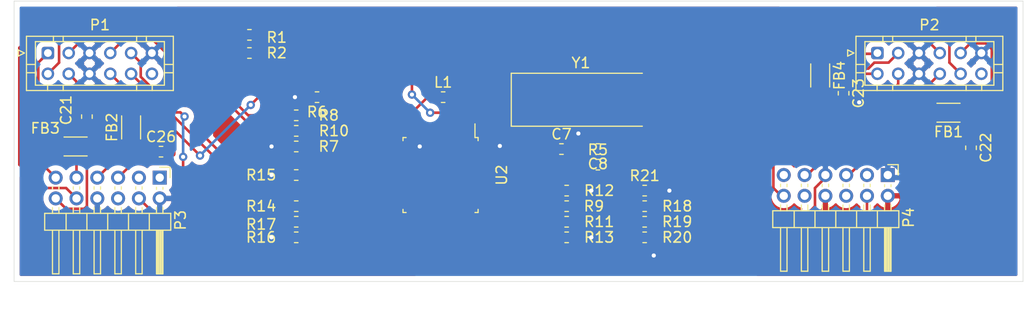
<source format=kicad_pcb>
(kicad_pcb (version 20171130) (host pcbnew "(5.1.2-1)-1")
  (layers (0 F.Cu signal) (31 B.Cu signal) (34 B.Paste user) (35 F.Paste user) (36 B.SilkS user) (37 F.SilkS user) (38 B.Mask user) (39 F.Mask user) (44 Edge.Cuts user))
  (net 0 "")
  (net 1 GND)
  (net 2 /XTAL1)
  (net 3 /XTAL2)
  (net 4 /NC?)
  (net 5 /Yellow2)
  (net 6 "Net-(C26-Pad1)")
  (net 7 /RESET)
  (net 8 /Yellow1)
  (net 9 /DP0Host)
  (net 10 /DM0Host)
  (net 11 "Net-(C21-Pad1)")
  (net 12 /Yellow4)
  (net 13 "Net-(C22-Pad1)")
  (net 14 +3V3)
  (net 15 /Yellow3)
  (net 16 "Net-(C23-Pad1)")
  (net 17 "Net-(R1-Pad1)")
  (net 18 "Net-(R2-Pad1)")
  (net 19 /PIN20)
  (net 20 /PIN19)
  (net 21 /PIN16)
  (net 22 /PIN15)
  (net 23 /PIN12)
  (net 24 /PIN11)
  (net 25 "Net-(L1-Pad2)")
  (net 26 "Net-(C8-Pad1)")
  (net 27 /DP2)
  (net 28 /5V2)
  (net 29 /DM1)
  (net 30 /DM2)
  (net 31 /DP1)
  (net 32 /5V1)
  (net 33 /DP4)
  (net 34 /5V4)
  (net 35 /DM3)
  (net 36 /DM4)
  (net 37 /DP3)
  (net 38 /5V3)
  (net 39 /PIN24)
  (net 40 /PIN23)
  (net 41 "Net-(P3-Pad6)")
  (net 42 "Net-(P3-Pad3)")
  (net 43 "Net-(P3-Pad1)")
  (net 44 "Net-(U2-Pad32)")
  (net 45 "Net-(U2-Pad27)")
  (net 46 "Net-(U2-Pad26)")
  (net 47 "Net-(U2-Pad21)")
  (net 48 "Net-(U2-Pad17)")
  (net 49 "Net-(U2-Pad13)")
  (net 50 "Net-(U2-Pad9)")
  (net 51 "Net-(U2-Pad6)")
  (net 52 "Net-(U2-Pad5)")
  (net 53 "Net-(P4-Pad10)")
  (net 54 "Net-(P4-Pad6)")
  (net 55 "Net-(P4-Pad3)")
  (net 56 "Net-(P4-Pad1)")
  (module Connector_PinHeader_2.00mm:PinHeader_2x06_P2.00mm_Horizontal (layer F.Cu) (at 134 96.75 270)
    (fp_text reference P4 (at 4.1 -2 90) (layer F.SilkS))
    (fp_text value Conn_02x06_Odd_Even)
    (pad 12 thru_hole oval (at 2 10 270) (size 1.35 1.35) (drill 0.8) (layers *.Cu *.Mask) (net 16 "Net-(C23-Pad1)"))
    (pad 11 thru_hole oval (at 0 10 270) (size 1.35 1.35) (drill 0.8) (layers *.Cu *.Mask) (net 4 /NC?))
    (pad 10 thru_hole oval (at 2 8 270) (size 1.35 1.35) (drill 0.8) (layers *.Cu *.Mask) (net 53 "Net-(P4-Pad10)"))
    (pad 9 thru_hole oval (at 0 8 270) (size 1.35 1.35) (drill 0.8) (layers *.Cu *.Mask) (net 15 /Yellow3))
    (pad 8 thru_hole oval (at 2 6 270) (size 1.35 1.35) (drill 0.8) (layers *.Cu *.Mask) (net 1 GND))
    (pad 7 thru_hole oval (at 0 6 270) (size 1.35 1.35) (drill 0.8) (layers *.Cu *.Mask) (net 14 +3V3))
    (pad 6 thru_hole oval (at 2 4 270) (size 1.35 1.35) (drill 0.8) (layers *.Cu *.Mask) (net 54 "Net-(P4-Pad6)"))
    (pad 5 thru_hole oval (at 0 4 270) (size 1.35 1.35) (drill 0.8) (layers *.Cu *.Mask) (net 13 "Net-(C22-Pad1)"))
    (pad 4 thru_hole oval (at 2 2 270) (size 1.35 1.35) (drill 0.8) (layers *.Cu *.Mask) (net 12 /Yellow4))
    (pad 3 thru_hole oval (at 0 2 270) (size 1.35 1.35) (drill 0.8) (layers *.Cu *.Mask) (net 55 "Net-(P4-Pad3)"))
    (pad 2 thru_hole oval (at 2 0 270) (size 1.35 1.35) (drill 0.8) (layers *.Cu *.Mask) (net 1 GND))
    (pad 1 thru_hole rect (at 0 0 270) (size 1.35 1.35) (drill 0.8) (layers *.Cu *.Mask) (net 56 "Net-(P4-Pad1)"))
  )
  (module Inductor_SMD:L_1806_4516Metric_Pad1.57x1.80mm_HandSolder (layer F.Cu) (at 127.5 87.1625 270)
    (fp_text reference FB4 (at 0 -1.85 90) (layer F.SilkS))
    (fp_text value Ferrite_Bead_Small)
    (pad 2 smd roundrect (at 2.0875 0 270) (size 1.575 1.8) (layers F.Cu F.Paste F.Mask) (roundrect_rratio 0.15873) (net 16 "Net-(C23-Pad1)"))
    (pad 1 smd roundrect (at -2.0875 0 270) (size 1.575 1.8) (layers F.Cu F.Paste F.Mask) (roundrect_rratio 0.15873) (net 38 /5V3))
  )
  (module Inductor_SMD:L_1806_4516Metric_Pad1.57x1.80mm_HandSolder (layer F.Cu) (at 55.9125 94)
    (fp_text reference FB3 (at -2.9125 -1.75) (layer F.SilkS))
    (fp_text value Ferrite_Bead_Small)
    (pad 2 smd roundrect (at 2.0875 0) (size 1.575 1.8) (layers F.Cu F.Paste F.Mask) (roundrect_rratio 0.15873) (net 11 "Net-(C21-Pad1)"))
    (pad 1 smd roundrect (at -2.0875 0) (size 1.575 1.8) (layers F.Cu F.Paste F.Mask) (roundrect_rratio 0.15873) (net 32 /5V1))
  )
  (module Inductor_SMD:L_1806_4516Metric_Pad1.57x1.80mm_HandSolder (layer F.Cu) (at 61.25 92.1625 90)
    (fp_text reference FB2 (at 0 -1.85 90) (layer F.SilkS))
    (fp_text value Ferrite_Bead_Small)
    (pad 2 smd roundrect (at 2.0875 0 90) (size 1.575 1.8) (layers F.Cu F.Paste F.Mask) (roundrect_rratio 0.15873) (net 28 /5V2))
    (pad 1 smd roundrect (at -2.0875 0 90) (size 1.575 1.8) (layers F.Cu F.Paste F.Mask) (roundrect_rratio 0.15873) (net 6 "Net-(C26-Pad1)"))
  )
  (module Package_QFP:LQFP-32_7x7mm_P0.8mm (layer F.Cu) (at 91 96.75 270)
    (fp_text reference U2 (at 0 -5.88 90) (layer F.SilkS))
    (fp_text value TUSB2046)
    (pad 32 smd roundrect (at -2.8 -4.175 270) (size 0.5 1.5) (layers F.Cu F.Paste F.Mask) (net 44 "Net-(U2-Pad32)"))
    (pad 31 smd roundrect (at -2 -4.175 270) (size 0.5 1.5) (layers F.Cu F.Paste F.Mask) (net 1 GND))
    (pad 30 smd roundrect (at -1.2 -4.175 270) (size 0.5 1.5) (layers F.Cu F.Paste F.Mask) (net 2 /XTAL1))
    (pad 29 smd roundrect (at -0.4 -4.175 270) (size 0.5 1.5) (layers F.Cu F.Paste F.Mask) (net 3 /XTAL2))
    (pad 28 smd roundrect (at 0.4 -4.175 270) (size 0.5 1.5) (layers F.Cu F.Paste F.Mask) (net 1 GND))
    (pad 27 smd roundrect (at 1.2 -4.175 270) (size 0.5 1.5) (layers F.Cu F.Paste F.Mask) (net 45 "Net-(U2-Pad27)"))
    (pad 26 smd roundrect (at 2 -4.175 270) (size 0.5 1.5) (layers F.Cu F.Paste F.Mask) (net 46 "Net-(U2-Pad26)"))
    (pad 25 smd roundrect (at 2.8 -4.175 270) (size 0.5 1.5) (layers F.Cu F.Paste F.Mask) (net 14 +3V3))
    (pad 24 smd roundrect (at 4.175 -2.8 270) (size 1.5 0.5) (layers F.Cu F.Paste F.Mask) (net 39 /PIN24))
    (pad 23 smd roundrect (at 4.175 -2 270) (size 1.5 0.5) (layers F.Cu F.Paste F.Mask) (net 40 /PIN23))
    (pad 22 smd roundrect (at 4.175 -1.2 270) (size 1.5 0.5) (layers F.Cu F.Paste F.Mask) (net 14 +3V3))
    (pad 21 smd roundrect (at 4.175 -0.4 270) (size 1.5 0.5) (layers F.Cu F.Paste F.Mask) (net 47 "Net-(U2-Pad21)"))
    (pad 20 smd roundrect (at 4.175 0.4 270) (size 1.5 0.5) (layers F.Cu F.Paste F.Mask) (net 19 /PIN20))
    (pad 19 smd roundrect (at 4.175 1.2 270) (size 1.5 0.5) (layers F.Cu F.Paste F.Mask) (net 20 /PIN19))
    (pad 18 smd roundrect (at 4.175 2 270) (size 1.5 0.5) (layers F.Cu F.Paste F.Mask) (net 14 +3V3))
    (pad 17 smd roundrect (at 4.175 2.8 270) (size 1.5 0.5) (layers F.Cu F.Paste F.Mask) (net 48 "Net-(U2-Pad17)"))
    (pad 16 smd roundrect (at 2.8 4.175 270) (size 0.5 1.5) (layers F.Cu F.Paste F.Mask) (net 21 /PIN16))
    (pad 15 smd roundrect (at 2 4.175 270) (size 0.5 1.5) (layers F.Cu F.Paste F.Mask) (net 22 /PIN15))
    (pad 14 smd roundrect (at 1.2 4.175 270) (size 0.5 1.5) (layers F.Cu F.Paste F.Mask) (net 14 +3V3))
    (pad 13 smd roundrect (at 0.4 4.175 270) (size 0.5 1.5) (layers F.Cu F.Paste F.Mask) (net 49 "Net-(U2-Pad13)"))
    (pad 12 smd roundrect (at -0.4 4.175 270) (size 0.5 1.5) (layers F.Cu F.Paste F.Mask) (net 23 /PIN12))
    (pad 11 smd roundrect (at -1.2 4.175 270) (size 0.5 1.5) (layers F.Cu F.Paste F.Mask) (net 24 /PIN11))
    (pad 10 smd roundrect (at -2 4.175 270) (size 0.5 1.5) (layers F.Cu F.Paste F.Mask) (net 14 +3V3))
    (pad 9 smd roundrect (at -2.8 4.175 270) (size 0.5 1.5) (layers F.Cu F.Paste F.Mask) (net 50 "Net-(U2-Pad9)"))
    (pad 8 smd roundrect (at -4.175 2.8 270) (size 1.5 0.5) (layers F.Cu F.Paste F.Mask) (net 1 GND))
    (pad 7 smd roundrect (at -4.175 2 270) (size 1.5 0.5) (layers F.Cu F.Paste F.Mask) (net 1 GND))
    (pad 6 smd roundrect (at -4.175 1.2 270) (size 1.5 0.5) (layers F.Cu F.Paste F.Mask) (net 51 "Net-(U2-Pad6)"))
    (pad 5 smd roundrect (at -4.175 0.4 270) (size 1.5 0.5) (layers F.Cu F.Paste F.Mask) (net 52 "Net-(U2-Pad5)"))
    (pad 4 smd roundrect (at -4.175 -0.4 270) (size 1.5 0.5) (layers F.Cu F.Paste F.Mask) (net 7 /RESET))
    (pad 3 smd roundrect (at -4.175 -1.2 270) (size 1.5 0.5) (layers F.Cu F.Paste F.Mask) (net 25 "Net-(L1-Pad2)"))
    (pad 2 smd roundrect (at -4.175 -2 270) (size 1.5 0.5) (layers F.Cu F.Paste F.Mask) (net 18 "Net-(R2-Pad1)"))
    (pad 1 smd roundrect (at -4.175 -2.8 270) (size 1.5 0.5) (layers F.Cu F.Paste F.Mask) (net 17 "Net-(R1-Pad1)"))
  )
  (module Inductor_SMD:L_1806_4516Metric_Pad1.57x1.80mm_HandSolder (layer F.Cu) (at 139.8375 90.75 180)
    (fp_text reference FB1 (at 0 -1.85) (layer F.SilkS))
    (fp_text value Ferrite_Bead_Small)
    (pad 2 smd roundrect (at 2.0875 0 180) (size 1.575 1.8) (layers F.Cu F.Paste F.Mask) (roundrect_rratio 0.15873) (net 34 /5V4))
    (pad 1 smd roundrect (at -2.0875 0 180) (size 1.575 1.8) (layers F.Cu F.Paste F.Mask) (roundrect_rratio 0.15873) (net 13 "Net-(C22-Pad1)"))
  )
  (module Crystal:Crystal_SMD_HC49-SD (layer F.Cu) (at 104.5 89.5)
    (fp_text reference Y1 (at 0 -3.55) (layer F.SilkS))
    (fp_text value 6.0Mhz)
    (pad 2 smd rect (at 4.25 0) (size 4.5 2) (layers F.Cu F.Paste F.Mask) (net 26 "Net-(C8-Pad1)"))
    (pad 1 smd rect (at -4.25 0) (size 4.5 2) (layers F.Cu F.Paste F.Mask) (net 2 /XTAL1))
  )
  (module Resistor_SMD:R_0603_1608Metric_Pad1.05x0.95mm_HandSolder (layer F.Cu) (at 110.625 98.25)
    (fp_text reference R21 (at 0 -1.43) (layer F.SilkS))
    (fp_text value 15k)
    (pad 2 smd roundrect (at 0.875 0) (size 1.05 0.95) (layers F.Cu F.Paste F.Mask) (net 1 GND))
    (pad 1 smd roundrect (at -0.875 0) (size 1.05 0.95) (layers F.Cu F.Paste F.Mask) (net 19 /PIN20))
  )
  (module Connector_PinHeader_2.00mm:PinHeader_2x06_P2.00mm_Horizontal (layer F.Cu) (at 64 97 270)
    (fp_text reference P3 (at 4.1 -2 90) (layer F.SilkS))
    (fp_text value Conn_02x06_Odd_Even)
    (pad 12 thru_hole oval (at 2 10 270) (size 1.35 1.35) (drill 0.8) (layers *.Cu *.Mask) (net 11 "Net-(C21-Pad1)"))
    (pad 11 thru_hole oval (at 0 10 270) (size 1.35 1.35) (drill 0.8) (layers *.Cu *.Mask) (net 10 /DM0Host))
    (pad 10 thru_hole oval (at 2 8 270) (size 1.35 1.35) (drill 0.8) (layers *.Cu *.Mask) (net 9 /DP0Host))
    (pad 9 thru_hole oval (at 0 8 270) (size 1.35 1.35) (drill 0.8) (layers *.Cu *.Mask) (net 8 /Yellow1))
    (pad 8 thru_hole oval (at 2 6 270) (size 1.35 1.35) (drill 0.8) (layers *.Cu *.Mask) (net 1 GND))
    (pad 7 thru_hole oval (at 0 6 270) (size 1.35 1.35) (drill 0.8) (layers *.Cu *.Mask) (net 7 /RESET))
    (pad 6 thru_hole oval (at 2 4 270) (size 1.35 1.35) (drill 0.8) (layers *.Cu *.Mask) (net 41 "Net-(P3-Pad6)"))
    (pad 5 thru_hole oval (at 0 4 270) (size 1.35 1.35) (drill 0.8) (layers *.Cu *.Mask) (net 6 "Net-(C26-Pad1)"))
    (pad 4 thru_hole oval (at 2 2 270) (size 1.35 1.35) (drill 0.8) (layers *.Cu *.Mask) (net 5 /Yellow2))
    (pad 3 thru_hole oval (at 0 2 270) (size 1.35 1.35) (drill 0.8) (layers *.Cu *.Mask) (net 42 "Net-(P3-Pad3)"))
    (pad 2 thru_hole oval (at 2 0 270) (size 1.35 1.35) (drill 0.8) (layers *.Cu *.Mask) (net 1 GND))
    (pad 1 thru_hole rect (at 0 0 270) (size 1.35 1.35) (drill 0.8) (layers *.Cu *.Mask) (net 43 "Net-(P3-Pad1)"))
  )
  (module Resistor_SMD:R_0603_1608Metric_Pad1.05x0.95mm_HandSolder (layer F.Cu) (at 110.625 102.75)
    (fp_text reference R20 (at 3.125 0) (layer F.SilkS))
    (fp_text value 15k)
    (pad 2 smd roundrect (at 0.875 0) (size 1.05 0.95) (layers F.Cu F.Paste F.Mask) (net 1 GND))
    (pad 1 smd roundrect (at -0.875 0) (size 1.05 0.95) (layers F.Cu F.Paste F.Mask) (net 20 /PIN19))
  )
  (module Resistor_SMD:R_0603_1608Metric_Pad1.05x0.95mm_HandSolder (layer F.Cu) (at 110.625 101.25 180)
    (fp_text reference R19 (at -3.125 0) (layer F.SilkS))
    (fp_text value 36)
    (pad 2 smd roundrect (at 0.875 0 180) (size 1.05 0.95) (layers F.Cu F.Paste F.Mask) (net 20 /PIN19))
    (pad 1 smd roundrect (at -0.875 0 180) (size 1.05 0.95) (layers F.Cu F.Paste F.Mask) (net 35 /DM3))
  )
  (module Resistor_SMD:R_0603_1608Metric_Pad1.05x0.95mm_HandSolder (layer F.Cu) (at 110.625 99.75 180)
    (fp_text reference R18 (at -3.125 0) (layer F.SilkS))
    (fp_text value 36)
    (pad 2 smd roundrect (at 0.875 0 180) (size 1.05 0.95) (layers F.Cu F.Paste F.Mask) (net 19 /PIN20))
    (pad 1 smd roundrect (at -0.875 0 180) (size 1.05 0.95) (layers F.Cu F.Paste F.Mask) (net 37 /DP3))
  )
  (module Resistor_SMD:R_0603_1608Metric_Pad1.05x0.95mm_HandSolder (layer F.Cu) (at 77.125 101.25)
    (fp_text reference R17 (at -3.375 0.25) (layer F.SilkS))
    (fp_text value 36)
    (pad 2 smd roundrect (at 0.875 0) (size 1.05 0.95) (layers F.Cu F.Paste F.Mask) (net 21 /PIN16))
    (pad 1 smd roundrect (at -0.875 0) (size 1.05 0.95) (layers F.Cu F.Paste F.Mask) (net 27 /DP2))
  )
  (module Resistor_SMD:R_0603_1608Metric_Pad1.05x0.95mm_HandSolder (layer F.Cu) (at 77.125 102.75 180)
    (fp_text reference R16 (at 3.375 0) (layer F.SilkS))
    (fp_text value 15k)
    (pad 2 smd roundrect (at 0.875 0 180) (size 1.05 0.95) (layers F.Cu F.Paste F.Mask) (net 1 GND))
    (pad 1 smd roundrect (at -0.875 0 180) (size 1.05 0.95) (layers F.Cu F.Paste F.Mask) (net 21 /PIN16))
  )
  (module Resistor_SMD:R_0603_1608Metric_Pad1.05x0.95mm_HandSolder (layer F.Cu) (at 77.125 96.75 180)
    (fp_text reference R15 (at 3.375 0) (layer F.SilkS))
    (fp_text value 15k)
    (pad 2 smd roundrect (at 0.875 0 180) (size 1.05 0.95) (layers F.Cu F.Paste F.Mask) (net 1 GND))
    (pad 1 smd roundrect (at -0.875 0 180) (size 1.05 0.95) (layers F.Cu F.Paste F.Mask) (net 22 /PIN15))
  )
  (module Resistor_SMD:R_0603_1608Metric_Pad1.05x0.95mm_HandSolder (layer F.Cu) (at 77.125 99.75)
    (fp_text reference R14 (at -3.375 0) (layer F.SilkS))
    (fp_text value 36)
    (pad 2 smd roundrect (at 0.875 0) (size 1.05 0.95) (layers F.Cu F.Paste F.Mask) (net 22 /PIN15))
    (pad 1 smd roundrect (at -0.875 0) (size 1.05 0.95) (layers F.Cu F.Paste F.Mask) (net 30 /DM2))
  )
  (module Resistor_SMD:R_0603_1608Metric_Pad1.05x0.95mm_HandSolder (layer F.Cu) (at 103.125 102.75)
    (fp_text reference R13 (at 3.125 0) (layer F.SilkS))
    (fp_text value 15k)
    (pad 2 smd roundrect (at 0.875 0) (size 1.05 0.95) (layers F.Cu F.Paste F.Mask) (net 1 GND))
    (pad 1 smd roundrect (at -0.875 0) (size 1.05 0.95) (layers F.Cu F.Paste F.Mask) (net 40 /PIN23))
  )
  (module Resistor_SMD:R_0603_1608Metric_Pad1.05x0.95mm_HandSolder (layer F.Cu) (at 103.125 98.25)
    (fp_text reference R12 (at 3.125 0) (layer F.SilkS))
    (fp_text value 15k)
    (pad 2 smd roundrect (at 0.875 0) (size 1.05 0.95) (layers F.Cu F.Paste F.Mask) (net 1 GND))
    (pad 1 smd roundrect (at -0.875 0) (size 1.05 0.95) (layers F.Cu F.Paste F.Mask) (net 39 /PIN24))
  )
  (module Resistor_SMD:R_0603_1608Metric_Pad1.05x0.95mm_HandSolder (layer F.Cu) (at 103.125 101.25 180)
    (fp_text reference R11 (at -3.125 0) (layer F.SilkS))
    (fp_text value 36)
    (pad 2 smd roundrect (at 0.875 0 180) (size 1.05 0.95) (layers F.Cu F.Paste F.Mask) (net 40 /PIN23))
    (pad 1 smd roundrect (at -0.875 0 180) (size 1.05 0.95) (layers F.Cu F.Paste F.Mask) (net 36 /DM4))
  )
  (module Resistor_SMD:R_0603_1608Metric_Pad1.05x0.95mm_HandSolder (layer F.Cu) (at 77.125 92.5)
    (fp_text reference R10 (at 3.625 0) (layer F.SilkS))
    (fp_text value 36)
    (pad 2 smd roundrect (at 0.875 0) (size 1.05 0.95) (layers F.Cu F.Paste F.Mask) (net 23 /PIN12))
    (pad 1 smd roundrect (at -0.875 0) (size 1.05 0.95) (layers F.Cu F.Paste F.Mask) (net 31 /DP1))
  )
  (module Resistor_SMD:R_0603_1608Metric_Pad1.05x0.95mm_HandSolder (layer F.Cu) (at 103.125 99.75 180)
    (fp_text reference R9 (at -2.625 0) (layer F.SilkS))
    (fp_text value 36)
    (pad 2 smd roundrect (at 0.875 0 180) (size 1.05 0.95) (layers F.Cu F.Paste F.Mask) (net 39 /PIN24))
    (pad 1 smd roundrect (at -0.875 0 180) (size 1.05 0.95) (layers F.Cu F.Paste F.Mask) (net 33 /DP4))
  )
  (module Resistor_SMD:R_0603_1608Metric_Pad1.05x0.95mm_HandSolder (layer F.Cu) (at 77.125 91)
    (fp_text reference R8 (at 3.125 0) (layer F.SilkS))
    (fp_text value 36)
    (pad 2 smd roundrect (at 0.875 0) (size 1.05 0.95) (layers F.Cu F.Paste F.Mask) (net 24 /PIN11))
    (pad 1 smd roundrect (at -0.875 0) (size 1.05 0.95) (layers F.Cu F.Paste F.Mask) (net 29 /DM1))
  )
  (module Resistor_SMD:R_0603_1608Metric_Pad1.05x0.95mm_HandSolder (layer F.Cu) (at 77.125 94)
    (fp_text reference R7 (at 3.125 0) (layer F.SilkS))
    (fp_text value 15k)
    (pad 2 smd roundrect (at 0.875 0) (size 1.05 0.95) (layers F.Cu F.Paste F.Mask) (net 23 /PIN12))
    (pad 1 smd roundrect (at -0.875 0) (size 1.05 0.95) (layers F.Cu F.Paste F.Mask) (net 1 GND))
  )
  (module Resistor_SMD:R_0603_1608Metric_Pad1.05x0.95mm_HandSolder (layer F.Cu) (at 79.125 89.25 180)
    (fp_text reference R6 (at 0 -1.43) (layer F.SilkS))
    (fp_text value 15k)
    (pad 2 smd roundrect (at 0.875 0 180) (size 1.05 0.95) (layers F.Cu F.Paste F.Mask) (net 1 GND))
    (pad 1 smd roundrect (at -0.875 0 180) (size 1.05 0.95) (layers F.Cu F.Paste F.Mask) (net 24 /PIN11))
  )
  (module Resistor_SMD:R_0603_1608Metric_Pad1.05x0.95mm_HandSolder (layer F.Cu) (at 106.125 95.75)
    (fp_text reference R5 (at 0 -1.43) (layer F.SilkS))
    (fp_text value 1.5k)
    (pad 2 smd roundrect (at 0.875 0) (size 1.05 0.95) (layers F.Cu F.Paste F.Mask) (net 26 "Net-(C8-Pad1)"))
    (pad 1 smd roundrect (at -0.875 0) (size 1.05 0.95) (layers F.Cu F.Paste F.Mask) (net 3 /XTAL2))
  )
  (module Connector_JST:JST_PHD_B12B-PHDSS_2x06_P2.00mm_Vertical (layer F.Cu) (at 133 85)
    (fp_text reference P2 (at 5 -2.7) (layer F.SilkS))
    (fp_text value "H JST 12")
    (pad 12 thru_hole circle (at 10 2) (size 1.2 1.2) (drill 0.75) (layers *.Cu *.Mask))
    (pad 10 thru_hole circle (at 8 2) (size 1.2 1.2) (drill 0.75) (layers *.Cu *.Mask) (net 33 /DP4))
    (pad 8 thru_hole circle (at 6 2) (size 1.2 1.2) (drill 0.75) (layers *.Cu *.Mask) (net 34 /5V4))
    (pad 6 thru_hole circle (at 4 2) (size 1.2 1.2) (drill 0.75) (layers *.Cu *.Mask) (net 1 GND))
    (pad 4 thru_hole circle (at 2 2) (size 1.2 1.2) (drill 0.75) (layers *.Cu *.Mask) (net 15 /Yellow3))
    (pad 2 thru_hole circle (at 0 2) (size 1.2 1.2) (drill 0.75) (layers *.Cu *.Mask) (net 35 /DM3))
    (pad 11 thru_hole circle (at 10 0) (size 1.2 1.2) (drill 0.75) (layers *.Cu *.Mask) (net 1 GND))
    (pad 9 thru_hole circle (at 8 0) (size 1.2 1.2) (drill 0.75) (layers *.Cu *.Mask) (net 12 /Yellow4))
    (pad 7 thru_hole circle (at 6 0) (size 1.2 1.2) (drill 0.75) (layers *.Cu *.Mask) (net 36 /DM4))
    (pad 5 thru_hole circle (at 4 0) (size 1.2 1.2) (drill 0.75) (layers *.Cu *.Mask) (net 1 GND))
    (pad 3 thru_hole circle (at 2 0) (size 1.2 1.2) (drill 0.75) (layers *.Cu *.Mask) (net 37 /DP3))
    (pad 1 thru_hole roundrect (at 0 0) (size 1.2 1.2) (drill 0.75) (layers *.Cu *.Mask) (roundrect_rratio 0.208333) (net 38 /5V3))
  )
  (module Connector_JST:JST_PHD_B12B-PHDSS_2x06_P2.00mm_Vertical (layer F.Cu) (at 53.25 85)
    (fp_text reference P1 (at 5 -2.7) (layer F.SilkS))
    (fp_text value "H JST 12")
    (pad 12 thru_hole circle (at 10 2) (size 1.2 1.2) (drill 0.75) (layers *.Cu *.Mask))
    (pad 10 thru_hole circle (at 8 2) (size 1.2 1.2) (drill 0.75) (layers *.Cu *.Mask) (net 27 /DP2))
    (pad 8 thru_hole circle (at 6 2) (size 1.2 1.2) (drill 0.75) (layers *.Cu *.Mask) (net 28 /5V2))
    (pad 6 thru_hole circle (at 4 2) (size 1.2 1.2) (drill 0.75) (layers *.Cu *.Mask) (net 1 GND))
    (pad 4 thru_hole circle (at 2 2) (size 1.2 1.2) (drill 0.75) (layers *.Cu *.Mask) (net 8 /Yellow1))
    (pad 2 thru_hole circle (at 0 2) (size 1.2 1.2) (drill 0.75) (layers *.Cu *.Mask) (net 29 /DM1))
    (pad 11 thru_hole circle (at 10 0) (size 1.2 1.2) (drill 0.75) (layers *.Cu *.Mask) (net 1 GND))
    (pad 9 thru_hole circle (at 8 0) (size 1.2 1.2) (drill 0.75) (layers *.Cu *.Mask) (net 5 /Yellow2))
    (pad 7 thru_hole circle (at 6 0) (size 1.2 1.2) (drill 0.75) (layers *.Cu *.Mask) (net 30 /DM2))
    (pad 5 thru_hole circle (at 4 0) (size 1.2 1.2) (drill 0.75) (layers *.Cu *.Mask) (net 1 GND))
    (pad 3 thru_hole circle (at 2 0) (size 1.2 1.2) (drill 0.75) (layers *.Cu *.Mask) (net 31 /DP1))
    (pad 1 thru_hole roundrect (at 0 0) (size 1.2 1.2) (drill 0.75) (layers *.Cu *.Mask) (roundrect_rratio 0.208333) (net 32 /5V1))
  )
  (module Inductor_SMD:L_0603_1608Metric_Pad1.05x0.95mm_HandSolder (layer F.Cu) (at 91.25 89.25)
    (fp_text reference L1 (at 0 -1.43) (layer F.SilkS))
    (fp_text value L_Small)
    (pad 2 smd roundrect (at 0.875 0) (size 1.05 0.95) (layers F.Cu F.Paste F.Mask) (net 25 "Net-(L1-Pad2)"))
    (pad 1 smd roundrect (at -0.875 0) (size 1.05 0.95) (layers F.Cu F.Paste F.Mask) (net 14 +3V3))
  )
  (module Capacitor_SMD:C_0603_1608Metric_Pad1.05x0.95mm_HandSolder (layer F.Cu) (at 64.125 94.5)
    (fp_text reference C26 (at 0 -1.43) (layer F.SilkS))
    (fp_text value 100µF)
    (pad 2 smd roundrect (at 0.875 0) (size 1.05 0.95) (layers F.Cu F.Paste F.Mask) (net 1 GND))
    (pad 1 smd roundrect (at -0.875 0) (size 1.05 0.95) (layers F.Cu F.Paste F.Mask) (net 6 "Net-(C26-Pad1)"))
  )
  (module Capacitor_SMD:C_0603_1608Metric_Pad1.05x0.95mm_HandSolder (layer F.Cu) (at 129.75 88.875 270)
    (fp_text reference C23 (at 0 -1.43 90) (layer F.SilkS))
    (fp_text value 100µF)
    (pad 2 smd roundrect (at 0.875 0 270) (size 1.05 0.95) (layers F.Cu F.Paste F.Mask) (net 1 GND))
    (pad 1 smd roundrect (at -0.875 0 270) (size 1.05 0.95) (layers F.Cu F.Paste F.Mask) (net 16 "Net-(C23-Pad1)"))
  )
  (module Capacitor_SMD:C_0603_1608Metric_Pad1.05x0.95mm_HandSolder (layer F.Cu) (at 142 94.125 270)
    (fp_text reference C22 (at 0 -1.43 90) (layer F.SilkS))
    (fp_text value 100µF)
    (pad 2 smd roundrect (at 0.875 0 270) (size 1.05 0.95) (layers F.Cu F.Paste F.Mask) (net 1 GND))
    (pad 1 smd roundrect (at -0.875 0 270) (size 1.05 0.95) (layers F.Cu F.Paste F.Mask) (net 13 "Net-(C22-Pad1)"))
  )
  (module Capacitor_SMD:C_0603_1608Metric_Pad1.05x0.95mm_HandSolder (layer F.Cu) (at 57 91.125 90)
    (fp_text reference C21 (at 0.625 -2 90) (layer F.SilkS))
    (fp_text value 100µF)
    (pad 2 smd roundrect (at 0.875 0 90) (size 1.05 0.95) (layers F.Cu F.Paste F.Mask) (net 1 GND))
    (pad 1 smd roundrect (at -0.875 0 90) (size 1.05 0.95) (layers F.Cu F.Paste F.Mask) (net 11 "Net-(C21-Pad1)"))
  )
  (module Resistor_SMD:R_0603_1608Metric_Pad1.05x0.95mm_HandSolder (layer F.Cu) (at 72.625 85 180)
    (fp_text reference R2 (at -2.625 0) (layer F.SilkS))
    (fp_text value 0)
    (pad 2 smd roundrect (at 0.875 0 180) (size 1.05 0.95) (layers F.Cu F.Paste F.Mask) (net 10 /DM0Host))
    (pad 1 smd roundrect (at -0.875 0 180) (size 1.05 0.95) (layers F.Cu F.Paste F.Mask) (net 18 "Net-(R2-Pad1)"))
  )
  (module Resistor_SMD:R_0603_1608Metric_Pad1.05x0.95mm_HandSolder (layer F.Cu) (at 72.625 83.25 180)
    (fp_text reference R1 (at -2.625 -0.25) (layer F.SilkS))
    (fp_text value 0)
    (pad 2 smd roundrect (at 0.875 0 180) (size 1.05 0.95) (layers F.Cu F.Paste F.Mask) (net 9 /DP0Host))
    (pad 1 smd roundrect (at -0.875 0 180) (size 1.05 0.95) (layers F.Cu F.Paste F.Mask) (net 17 "Net-(R1-Pad1)"))
  )
  (module Capacitor_SMD:C_0603_1608Metric_Pad1.05x0.95mm_HandSolder (layer F.Cu) (at 106.125 94.25 180)
    (fp_text reference C8 (at 0 -1.43) (layer F.SilkS))
    (fp_text value 27pF)
    (pad 2 smd roundrect (at 0.875 0 180) (size 1.05 0.95) (layers F.Cu F.Paste F.Mask) (net 1 GND))
    (pad 1 smd roundrect (at -0.875 0 180) (size 1.05 0.95) (layers F.Cu F.Paste F.Mask) (net 26 "Net-(C8-Pad1)"))
  )
  (module Capacitor_SMD:C_0603_1608Metric_Pad1.05x0.95mm_HandSolder (layer F.Cu) (at 102.625 94.25)
    (fp_text reference C7 (at 0 -1.43) (layer F.SilkS))
    (fp_text value 27pF)
    (pad 2 smd roundrect (at 0.875 0) (size 1.05 0.95) (layers F.Cu F.Paste F.Mask) (net 1 GND))
    (pad 1 smd roundrect (at -0.875 0) (size 1.05 0.95) (layers F.Cu F.Paste F.Mask) (net 2 /XTAL1))
  )
  (gr_line (start 50 107) (end 50 80) (layer Edge.Cuts) (width 0.05))
  (gr_line (start 147 107) (end 50 107) (layer Edge.Cuts) (width 0.05))
  (gr_line (start 147 80) (end 147 107) (layer Edge.Cuts) (width 0.05))
  (gr_line (start 50 80) (end 147 80) (layer Edge.Cuts) (width 0.05))
  (segment (start 88.2 92.575) (end 89 92.575) (width 0.25) (layer F.Cu) (net 1))
  (segment (start 89 92.575) (end 89 94) (width 0.25) (layer F.Cu) (net 1))
  (via (at 89 94) (size 0.8) (drill 0.4) (layers F.Cu B.Cu) (net 1))
  (segment (start 89.75 94.75) (end 89 94) (width 0.25) (layer F.Cu) (net 1))
  (segment (start 95.175 97.15) (end 94.325 97.15) (width 0.25) (layer F.Cu) (net 1))
  (segment (start 93.25 96.075) (end 93.25 94.75) (width 0.25) (layer F.Cu) (net 1))
  (segment (start 94.325 97.15) (end 93.25 96.075) (width 0.25) (layer F.Cu) (net 1))
  (segment (start 93.25 94.75) (end 89.75 94.75) (width 0.25) (layer F.Cu) (net 1))
  (segment (start 95.175 94.75) (end 93.25 94.75) (width 0.25) (layer F.Cu) (net 1))
  (segment (start 76.25 94) (end 74.75 94) (width 0.25) (layer F.Cu) (net 1))
  (via (at 74.75 94) (size 0.8) (drill 0.4) (layers F.Cu B.Cu) (net 1))
  (segment (start 76.25 96.75) (end 75.625 96.75) (width 0.25) (layer F.Cu) (net 1))
  (segment (start 75.625 96.75) (end 74.75 96.75) (width 0.25) (layer F.Cu) (net 1))
  (via (at 74.75 96.75) (size 0.8) (drill 0.4) (layers F.Cu B.Cu) (net 1))
  (segment (start 76.25 102.75) (end 74.75 102.75) (width 0.25) (layer F.Cu) (net 1))
  (via (at 74.75 102.75) (size 0.8) (drill 0.4) (layers F.Cu B.Cu) (net 1))
  (segment (start 78.25 89.25) (end 77 89.25) (width 0.25) (layer F.Cu) (net 1))
  (via (at 77 89.25) (size 0.8) (drill 0.4) (layers F.Cu B.Cu) (net 1))
  (segment (start 104.25 94.25) (end 104.25 93.25) (width 0.25) (layer F.Cu) (net 1))
  (segment (start 103.5 94.25) (end 104.25 94.25) (width 0.25) (layer F.Cu) (net 1))
  (segment (start 104.25 94.25) (end 105.25 94.25) (width 0.25) (layer F.Cu) (net 1))
  (segment (start 104.25 93.25) (end 104.25 92.75) (width 0.25) (layer F.Cu) (net 1))
  (via (at 104.25 92.75) (size 0.8) (drill 0.4) (layers F.Cu B.Cu) (net 1))
  (segment (start 111.5 102.75) (end 111.5 104.5) (width 0.25) (layer F.Cu) (net 1))
  (via (at 111.5 104.5) (size 0.8) (drill 0.4) (layers F.Cu B.Cu) (net 1))
  (segment (start 129.75 89.75) (end 131.25 89.75) (width 0.25) (layer F.Cu) (net 1))
  (via (at 131.25 89.75) (size 0.8) (drill 0.4) (layers F.Cu B.Cu) (net 1))
  (segment (start 111.5 98.25) (end 113 98.25) (width 0.25) (layer F.Cu) (net 1))
  (via (at 113 98.25) (size 0.8) (drill 0.4) (layers F.Cu B.Cu) (net 1))
  (segment (start 104 98.25) (end 105.5 98.25) (width 0.25) (layer F.Cu) (net 1))
  (via (at 105.5 98.25) (size 0.8) (drill 0.4) (layers F.Cu B.Cu) (net 1))
  (segment (start 104 102.75) (end 105.5 102.75) (width 0.25) (layer F.Cu) (net 1))
  (via (at 105.5 102.75) (size 0.8) (drill 0.4) (layers F.Cu B.Cu) (net 1))
  (segment (start 100.45 95.55) (end 101.75 94.25) (width 0.25) (layer F.Cu) (net 2))
  (segment (start 95.175 95.55) (end 100.45 95.55) (width 0.25) (layer F.Cu) (net 2))
  (segment (start 100.25 92.75) (end 101.75 94.25) (width 0.25) (layer F.Cu) (net 2))
  (segment (start 100.25 89.5) (end 100.25 92.75) (width 0.25) (layer F.Cu) (net 2))
  (segment (start 104.65 96.35) (end 95.175 96.35) (width 0.25) (layer F.Cu) (net 3))
  (segment (start 105.25 95.75) (end 104.65 96.35) (width 0.25) (layer F.Cu) (net 3))
  (via (at 66.25 95) (size 0.8) (drill 0.4) (layers F.Cu B.Cu) (net 5))
  (segment (start 66.25 95) (end 66.25 100) (width 0.25) (layer F.Cu) (net 5))
  (segment (start 66.25 100) (end 65.5 100.75) (width 0.25) (layer F.Cu) (net 5))
  (segment (start 63.75 100.75) (end 62 99) (width 0.25) (layer F.Cu) (net 5))
  (segment (start 65.5 100.75) (end 63.75 100.75) (width 0.25) (layer F.Cu) (net 5))
  (segment (start 66.25 95) (end 66.25 91.25) (width 0.25) (layer B.Cu) (net 5))
  (segment (start 62.175001 87.288591) (end 65.598751 90.712341) (width 0.25) (layer F.Cu) (net 5))
  (via (at 66.38766 91.11234) (size 0.8) (drill 0.4) (layers F.Cu B.Cu) (net 5))
  (segment (start 62.175001 85.925001) (end 62.175001 87.288591) (width 0.25) (layer F.Cu) (net 5))
  (segment (start 66.25 91.25) (end 66.38766 91.11234) (width 0.25) (layer B.Cu) (net 5))
  (segment (start 61.25 85) (end 62.175001 85.925001) (width 0.25) (layer F.Cu) (net 5))
  (segment (start 65.598751 90.712341) (end 65.987661 90.712341) (width 0.25) (layer F.Cu) (net 5))
  (segment (start 65.987661 90.712341) (end 66.38766 91.11234) (width 0.25) (layer F.Cu) (net 5))
  (segment (start 61.25 95.75) (end 61.25 94.25) (width 0.25) (layer F.Cu) (net 6))
  (segment (start 60 97) (end 61.25 95.75) (width 0.25) (layer F.Cu) (net 6))
  (segment (start 61.5 94.5) (end 61.25 94.25) (width 0.25) (layer F.Cu) (net 6))
  (segment (start 63.25 94.5) (end 61.5 94.5) (width 0.25) (layer F.Cu) (net 6))
  (via (at 67.875 94.875) (size 0.8) (drill 0.4) (layers F.Cu B.Cu) (net 7))
  (segment (start 68 95) (end 67.875 94.875) (width 0.25) (layer F.Cu) (net 7))
  (segment (start 67 94) (end 67.875 94.875) (width 0.25) (layer F.Cu) (net 7))
  (segment (start 67.875 94.875) (end 68.274999 94.475001) (width 0.25) (layer B.Cu) (net 7))
  (segment (start 68.274999 94.475001) (end 72.5 90.25) (width 0.25) (layer B.Cu) (net 7))
  (via (at 72.75 90) (size 0.8) (drill 0.4) (layers F.Cu B.Cu) (net 7))
  (segment (start 72.5 90.25) (end 72.75 90) (width 0.25) (layer B.Cu) (net 7))
  (segment (start 72.75 90) (end 76 86.75) (width 0.25) (layer F.Cu) (net 7))
  (segment (start 76 86.75) (end 88.25 86.75) (width 0.25) (layer F.Cu) (net 7))
  (segment (start 88.25 86.75) (end 88.25 89) (width 0.25) (layer F.Cu) (net 7))
  (via (at 88.25 89) (size 0.8) (drill 0.4) (layers F.Cu B.Cu) (net 7))
  (segment (start 88.25 89) (end 90 90.75) (width 0.25) (layer B.Cu) (net 7))
  (via (at 90 90.75) (size 0.8) (drill 0.4) (layers F.Cu B.Cu) (net 7))
  (segment (start 90 90.75) (end 91 90.75) (width 0.25) (layer F.Cu) (net 7))
  (segment (start 91.4 91.15) (end 91.4 92.575) (width 0.25) (layer F.Cu) (net 7))
  (segment (start 91 90.75) (end 91.4 91.15) (width 0.25) (layer F.Cu) (net 7))
  (segment (start 59.11251 95.88749) (end 59.11251 94.3868) (width 0.25) (layer F.Cu) (net 7))
  (segment (start 59.11251 94.3868) (end 61.24931 92.25) (width 0.25) (layer F.Cu) (net 7))
  (segment (start 58 97) (end 59.11251 95.88749) (width 0.25) (layer F.Cu) (net 7))
  (segment (start 65.25 92.25) (end 67 94) (width 0.25) (layer F.Cu) (net 7))
  (segment (start 61.24931 92.25) (end 65.25 92.25) (width 0.25) (layer F.Cu) (net 7))
  (segment (start 56 87.75) (end 55.25 87) (width 0.25) (layer F.Cu) (net 8))
  (segment (start 56 97) (end 56 87.75) (width 0.25) (layer F.Cu) (net 8))
  (segment (start 69.25 80.75) (end 71.75 83.25) (width 0.25) (layer F.Cu) (net 9))
  (segment (start 52.75 98) (end 50.5 95.75) (width 0.25) (layer F.Cu) (net 9))
  (segment (start 50.5 95.75) (end 50.5 84.5) (width 0.25) (layer F.Cu) (net 9))
  (segment (start 55 98) (end 52.75 98) (width 0.25) (layer F.Cu) (net 9))
  (segment (start 50.5 84.5) (end 54.25 80.75) (width 0.25) (layer F.Cu) (net 9))
  (segment (start 54.25 80.75) (end 69.25 80.75) (width 0.25) (layer F.Cu) (net 9))
  (segment (start 56 99) (end 55 98) (width 0.25) (layer F.Cu) (net 9))
  (segment (start 68 81.25) (end 71.75 85) (width 0.25) (layer F.Cu) (net 10))
  (segment (start 54.5 81.25) (end 68 81.25) (width 0.25) (layer F.Cu) (net 10))
  (segment (start 51 84.75) (end 54.5 81.25) (width 0.25) (layer F.Cu) (net 10))
  (segment (start 51 94) (end 51 84.75) (width 0.25) (layer F.Cu) (net 10))
  (segment (start 54 97) (end 51 94) (width 0.25) (layer F.Cu) (net 10))
  (segment (start 57 95) (end 57 99.75) (width 0.25) (layer F.Cu) (net 11))
  (segment (start 58 94) (end 57 95) (width 0.25) (layer F.Cu) (net 11))
  (segment (start 55.000001 100.000001) (end 54.674999 99.674999) (width 0.25) (layer F.Cu) (net 11))
  (segment (start 56.749999 100.000001) (end 55.000001 100.000001) (width 0.25) (layer F.Cu) (net 11))
  (segment (start 54.674999 99.674999) (end 54 99) (width 0.25) (layer F.Cu) (net 11))
  (segment (start 57 99.75) (end 56.749999 100.000001) (width 0.25) (layer F.Cu) (net 11))
  (segment (start 58 93) (end 57 92) (width 0.25) (layer F.Cu) (net 11))
  (segment (start 58 94) (end 58 93) (width 0.25) (layer F.Cu) (net 11))
  (segment (start 132 101.5) (end 132 99) (width 0.25) (layer F.Cu) (net 12))
  (segment (start 138.75 101.5) (end 132 101.5) (width 0.25) (layer F.Cu) (net 12))
  (segment (start 144 96.25) (end 138.75 101.5) (width 0.25) (layer F.Cu) (net 12))
  (segment (start 141.925001 84.074999) (end 143.444001 84.074999) (width 0.25) (layer F.Cu) (net 12))
  (segment (start 144 84.630998) (end 144 96.25) (width 0.25) (layer F.Cu) (net 12))
  (segment (start 143.444001 84.074999) (end 144 84.630998) (width 0.25) (layer F.Cu) (net 12))
  (segment (start 141 85) (end 141.925001 84.074999) (width 0.25) (layer F.Cu) (net 12))
  (segment (start 142 90.825) (end 141.925 90.75) (width 0.25) (layer F.Cu) (net 13))
  (segment (start 142 93.25) (end 142 90.825) (width 0.25) (layer F.Cu) (net 13))
  (segment (start 133.75 93.25) (end 130 97) (width 0.25) (layer F.Cu) (net 13))
  (segment (start 142 93.25) (end 133.75 93.25) (width 0.25) (layer F.Cu) (net 13))
  (segment (start 89 100.075) (end 89 100.925) (width 0.25) (layer F.Cu) (net 14))
  (segment (start 89 99.275) (end 89 100.075) (width 0.25) (layer F.Cu) (net 14))
  (segment (start 87.675 97.95) (end 89 99.275) (width 0.25) (layer F.Cu) (net 14))
  (segment (start 86.825 97.95) (end 87.675 97.95) (width 0.25) (layer F.Cu) (net 14))
  (segment (start 89 99.275) (end 89.275 99.55) (width 0.25) (layer F.Cu) (net 14))
  (segment (start 89 96.075) (end 89 99.275) (width 0.25) (layer F.Cu) (net 14))
  (segment (start 87.675 94.75) (end 89 96.075) (width 0.25) (layer F.Cu) (net 14))
  (segment (start 86.825 94.75) (end 87.675 94.75) (width 0.25) (layer F.Cu) (net 14))
  (segment (start 89 105.75) (end 89 100.925) (width 0.25) (layer F.Cu) (net 14))
  (segment (start 85.25 94.75) (end 86.825 94.75) (width 0.25) (layer F.Cu) (net 14))
  (segment (start 84.75 94.25) (end 85.25 94.75) (width 0.25) (layer F.Cu) (net 14))
  (segment (start 89.75 89.25) (end 84.75 94.25) (width 0.25) (layer F.Cu) (net 14))
  (segment (start 90.375 89.25) (end 89.75 89.25) (width 0.25) (layer F.Cu) (net 14))
  (segment (start 89 105.75) (end 121 105.75) (width 0.25) (layer F.Cu) (net 14))
  (segment (start 127.325001 97.674999) (end 128 97) (width 0.25) (layer F.Cu) (net 14))
  (segment (start 127 98) (end 127.325001 97.674999) (width 0.25) (layer F.Cu) (net 14))
  (segment (start 127 99.75) (end 127 98) (width 0.25) (layer F.Cu) (net 14))
  (segment (start 121 105.75) (end 127 99.75) (width 0.25) (layer F.Cu) (net 14))
  (segment (start 92.2 100.925) (end 92.2 99.55) (width 0.25) (layer F.Cu) (net 14))
  (segment (start 92.2 99.55) (end 95.175 99.55) (width 0.25) (layer F.Cu) (net 14))
  (segment (start 89.275 99.55) (end 92.2 99.55) (width 0.25) (layer F.Cu) (net 14))
  (segment (start 135 88) (end 135 87) (width 0.25) (layer F.Cu) (net 15))
  (segment (start 126 97) (end 135 88) (width 0.25) (layer F.Cu) (net 15))
  (segment (start 126.668141 90.081859) (end 127.5 89.25) (width 0.25) (layer F.Cu) (net 16))
  (segment (start 123 98) (end 123 93.75) (width 0.25) (layer F.Cu) (net 16))
  (segment (start 123 93.75) (end 126.668141 90.081859) (width 0.25) (layer F.Cu) (net 16))
  (segment (start 124 99) (end 123 98) (width 0.25) (layer F.Cu) (net 16))
  (segment (start 128.75 88) (end 127.5 89.25) (width 0.25) (layer F.Cu) (net 16))
  (segment (start 129.75 88) (end 128.75 88) (width 0.25) (layer F.Cu) (net 16))
  (segment (start 93.8 91.725) (end 93.8 92.575) (width 0.25) (layer F.Cu) (net 17))
  (segment (start 89 83.25) (end 93.8 88.05) (width 0.25) (layer F.Cu) (net 17))
  (segment (start 93.8 88.05) (end 93.8 91.725) (width 0.25) (layer F.Cu) (net 17))
  (segment (start 73.5 83.25) (end 89 83.25) (width 0.25) (layer F.Cu) (net 17))
  (segment (start 93 92.575) (end 93 88.25) (width 0.25) (layer F.Cu) (net 18))
  (segment (start 89.75 85) (end 91.125 86.375) (width 0.25) (layer F.Cu) (net 18))
  (segment (start 73.5 85) (end 89.75 85) (width 0.25) (layer F.Cu) (net 18))
  (segment (start 91.125 86.375) (end 91 86.25) (width 0.25) (layer F.Cu) (net 18))
  (segment (start 93 88.25) (end 91.125 86.375) (width 0.25) (layer F.Cu) (net 18))
  (segment (start 108.25 103.5) (end 108.25 101.25) (width 0.25) (layer F.Cu) (net 19))
  (segment (start 107 104.75) (end 108.25 103.5) (width 0.25) (layer F.Cu) (net 19))
  (segment (start 90.6 100.925) (end 90.6 102.85) (width 0.25) (layer F.Cu) (net 19))
  (segment (start 92.5 104.75) (end 107 104.75) (width 0.25) (layer F.Cu) (net 19))
  (segment (start 108.25 101.25) (end 109.75 99.75) (width 0.25) (layer F.Cu) (net 19))
  (segment (start 90.6 102.85) (end 92.5 104.75) (width 0.25) (layer F.Cu) (net 19))
  (segment (start 109.75 99.75) (end 109.75 98.25) (width 0.25) (layer F.Cu) (net 19))
  (segment (start 107.25 105.25) (end 109.75 102.75) (width 0.25) (layer F.Cu) (net 20))
  (segment (start 92.25 105.25) (end 107.25 105.25) (width 0.25) (layer F.Cu) (net 20))
  (segment (start 89.8 102.8) (end 92.25 105.25) (width 0.25) (layer F.Cu) (net 20))
  (segment (start 89.8 100.925) (end 89.8 102.8) (width 0.25) (layer F.Cu) (net 20))
  (segment (start 109.75 101.25) (end 109.75 102.75) (width 0.25) (layer F.Cu) (net 20))
  (segment (start 86.825 99.55) (end 81.95 99.55) (width 0.25) (layer F.Cu) (net 21))
  (segment (start 80.25 101.25) (end 78 101.25) (width 0.25) (layer F.Cu) (net 21))
  (segment (start 81.95 99.55) (end 80.25 101.25) (width 0.25) (layer F.Cu) (net 21))
  (segment (start 78.75 102.75) (end 80.25 101.25) (width 0.25) (layer F.Cu) (net 21))
  (segment (start 78 102.75) (end 78.75 102.75) (width 0.25) (layer F.Cu) (net 21))
  (segment (start 78 96.75) (end 79.5 96.75) (width 0.25) (layer F.Cu) (net 22))
  (segment (start 81.5 98.75) (end 86.825 98.75) (width 0.25) (layer F.Cu) (net 22))
  (segment (start 79.5 96.75) (end 81.5 98.75) (width 0.25) (layer F.Cu) (net 22))
  (segment (start 80.5 99.75) (end 81.5 98.75) (width 0.25) (layer F.Cu) (net 22))
  (segment (start 78 99.75) (end 80.5 99.75) (width 0.25) (layer F.Cu) (net 22))
  (segment (start 86.825 96.35) (end 84.6 96.35) (width 0.25) (layer F.Cu) (net 23))
  (segment (start 84.6 96.35) (end 80.75 92.5) (width 0.25) (layer F.Cu) (net 23))
  (segment (start 80.75 92.5) (end 78 92.5) (width 0.25) (layer F.Cu) (net 23))
  (segment (start 78 94) (end 78 92.5) (width 0.25) (layer F.Cu) (net 23))
  (segment (start 86.825 95.55) (end 84.55 95.55) (width 0.25) (layer F.Cu) (net 24))
  (segment (start 80 91) (end 78 91) (width 0.25) (layer F.Cu) (net 24))
  (segment (start 84.55 95.55) (end 80 91) (width 0.25) (layer F.Cu) (net 24))
  (segment (start 80 89.25) (end 80 91) (width 0.25) (layer F.Cu) (net 24))
  (segment (start 92.2 89.325) (end 92.125 89.25) (width 0.25) (layer F.Cu) (net 25))
  (segment (start 92.2 92.575) (end 92.2 89.325) (width 0.25) (layer F.Cu) (net 25))
  (segment (start 107 95.75) (end 107 94.25) (width 0.25) (layer F.Cu) (net 26))
  (segment (start 108.75 92.5) (end 108.75 89.5) (width 0.25) (layer F.Cu) (net 26))
  (segment (start 107 94.25) (end 108.75 92.5) (width 0.25) (layer F.Cu) (net 26))
  (segment (start 75.5 101.25) (end 76.25 101.25) (width 0.25) (layer F.Cu) (net 27))
  (segment (start 61.25 87) (end 75.5 101.25) (width 0.25) (layer F.Cu) (net 27))
  (segment (start 61.25 89) (end 59.25 87) (width 0.25) (layer F.Cu) (net 28))
  (segment (start 61.25 90.075) (end 61.25 89) (width 0.25) (layer F.Cu) (net 28))
  (segment (start 55.75 82.25) (end 63.75 82.25) (width 0.25) (layer F.Cu) (net 29))
  (segment (start 63.75 82.25) (end 72.5 91) (width 0.25) (layer F.Cu) (net 29))
  (segment (start 54.324999 85.925001) (end 54.324999 83.675001) (width 0.25) (layer F.Cu) (net 29))
  (segment (start 54.324999 83.675001) (end 55.75 82.25) (width 0.25) (layer F.Cu) (net 29))
  (segment (start 53.25 87) (end 54.324999 85.925001) (width 0.25) (layer F.Cu) (net 29))
  (segment (start 72.5 91) (end 76.25 91) (width 0.25) (layer F.Cu) (net 29))
  (segment (start 75 99.75) (end 76.25 99.75) (width 0.25) (layer F.Cu) (net 30))
  (segment (start 68.5 93.25) (end 75 99.75) (width 0.25) (layer F.Cu) (net 30))
  (segment (start 68.5 88.880998) (end 68.5 93.25) (width 0.25) (layer F.Cu) (net 30))
  (segment (start 62.869002 83.25) (end 68.5 88.880998) (width 0.25) (layer F.Cu) (net 30))
  (segment (start 61 83.25) (end 62.869002 83.25) (width 0.25) (layer F.Cu) (net 30))
  (segment (start 59.25 85) (end 61 83.25) (width 0.25) (layer F.Cu) (net 30))
  (segment (start 63.5 82.75) (end 57.5 82.75) (width 0.25) (layer F.Cu) (net 31))
  (segment (start 57.5 82.75) (end 55.25 85) (width 0.25) (layer F.Cu) (net 31))
  (segment (start 73.25 92.5) (end 63.5 82.75) (width 0.25) (layer F.Cu) (net 31))
  (segment (start 73.25 92.5) (end 76.25 92.5) (width 0.25) (layer F.Cu) (net 31))
  (segment (start 52.324999 85.925001) (end 52.652513 85.597487) (width 0.25) (layer F.Cu) (net 32))
  (segment (start 52.652513 85.597487) (end 53.25 85) (width 0.25) (layer F.Cu) (net 32))
  (segment (start 52.324999 91.499999) (end 52.324999 85.925001) (width 0.25) (layer F.Cu) (net 32))
  (segment (start 53.825 93) (end 52.324999 91.499999) (width 0.25) (layer F.Cu) (net 32))
  (segment (start 53.825 94) (end 53.825 93) (width 0.25) (layer F.Cu) (net 32))
  (segment (start 104 99.75) (end 106.75 99.75) (width 0.25) (layer F.Cu) (net 33))
  (segment (start 106.75 99.75) (end 107.5 99) (width 0.25) (layer F.Cu) (net 33))
  (segment (start 107.5 99) (end 107.5 97.75) (width 0.25) (layer F.Cu) (net 33))
  (segment (start 107.5 97.75) (end 110.125 95.125) (width 0.25) (layer F.Cu) (net 33))
  (segment (start 110.125 95.125) (end 110.25 95) (width 0.25) (layer F.Cu) (net 33))
  (segment (start 140.400001 86.400001) (end 141 87) (width 0.25) (layer F.Cu) (net 33))
  (segment (start 139.925001 82.925001) (end 139.925001 85.925001) (width 0.25) (layer F.Cu) (net 33))
  (segment (start 138.25 81.25) (end 139.925001 82.925001) (width 0.25) (layer F.Cu) (net 33))
  (segment (start 124 81.25) (end 138.25 81.25) (width 0.25) (layer F.Cu) (net 33))
  (segment (start 139.925001 85.925001) (end 140.400001 86.400001) (width 0.25) (layer F.Cu) (net 33))
  (segment (start 110.125 95.125) (end 124 81.25) (width 0.25) (layer F.Cu) (net 33))
  (segment (start 137.75 88.25) (end 139 87) (width 0.25) (layer F.Cu) (net 34))
  (segment (start 137.75 90.75) (end 137.75 88.25) (width 0.25) (layer F.Cu) (net 34))
  (segment (start 111.5 101.25) (end 113.25 101.25) (width 0.25) (layer F.Cu) (net 35))
  (segment (start 113.25 101.25) (end 113.25 101) (width 0.25) (layer F.Cu) (net 35))
  (segment (start 127.25 87) (end 133 87) (width 0.25) (layer F.Cu) (net 35))
  (segment (start 113.25 101) (end 127.25 87) (width 0.25) (layer F.Cu) (net 35))
  (segment (start 135.75 81.75) (end 139 85) (width 0.25) (layer F.Cu) (net 36))
  (segment (start 124.25 81.75) (end 135.75 81.75) (width 0.25) (layer F.Cu) (net 36))
  (segment (start 108.25 99.25) (end 108.25 97.75) (width 0.25) (layer F.Cu) (net 36))
  (segment (start 106.25 101.25) (end 108.25 99.25) (width 0.25) (layer F.Cu) (net 36))
  (segment (start 108.25 97.75) (end 124.25 81.75) (width 0.25) (layer F.Cu) (net 36))
  (segment (start 104 101.25) (end 106.25 101.25) (width 0.25) (layer F.Cu) (net 36))
  (segment (start 134.400001 85.599999) (end 135 85) (width 0.25) (layer F.Cu) (net 37))
  (segment (start 134.07499 85.92501) (end 134.400001 85.599999) (width 0.25) (layer F.Cu) (net 37))
  (segment (start 127 86.5) (end 132.130998 86.5) (width 0.25) (layer F.Cu) (net 37))
  (segment (start 132.705988 85.92501) (end 134.07499 85.92501) (width 0.25) (layer F.Cu) (net 37))
  (segment (start 132.130998 86.5) (end 132.705988 85.92501) (width 0.25) (layer F.Cu) (net 37))
  (segment (start 113.75 99.75) (end 127 86.5) (width 0.25) (layer F.Cu) (net 37))
  (segment (start 111.5 99.75) (end 113.75 99.75) (width 0.25) (layer F.Cu) (net 37))
  (segment (start 132.925 85.075) (end 133 85) (width 0.25) (layer F.Cu) (net 38))
  (segment (start 127.5 85.075) (end 132.925 85.075) (width 0.25) (layer F.Cu) (net 38))
  (segment (start 102.25 99.75) (end 102.25 98.25) (width 0.25) (layer F.Cu) (net 39))
  (segment (start 102.25 99.75) (end 97.75 99.75) (width 0.25) (layer F.Cu) (net 39))
  (segment (start 96.575 100.925) (end 93.8 100.925) (width 0.25) (layer F.Cu) (net 39))
  (segment (start 97.75 99.75) (end 96.575 100.925) (width 0.25) (layer F.Cu) (net 39))
  (segment (start 102.25 101.25) (end 102.25 102.75) (width 0.25) (layer F.Cu) (net 40))
  (segment (start 93 100.925) (end 93 102.25) (width 0.25) (layer F.Cu) (net 40))
  (segment (start 93.5 102.75) (end 102.25 102.75) (width 0.25) (layer F.Cu) (net 40))
  (segment (start 93 102.25) (end 93.5 102.75) (width 0.25) (layer F.Cu) (net 40))
  (segment (start 95.175 93.95) (end 96.7 93.95) (width 0.25) (layer F.Cu) (net 44))
  (via (at 96.7 93.95) (size 0.8) (drill 0.4) (layers F.Cu B.Cu) (net 44))
  (zone (net 1) (net_name GND) (layer B.Cu) (connect_pads (clearance 0.508)) (min_thickness 0.254) (fill yes (arc_segments 32) (thermal_gap 0.508) (thermal_bridge_width 0.508))
    (polygon (pts (xy 50 80) (xy 50 107) (xy 147 107) (xy 147 80)))
  )
  (zone (net 1) (net_name GND) (layer F.Cu) (connect_pads (clearance 0.508)) (min_thickness 0.254) (fill yes (arc_segments 32) (thermal_gap 0.508) (thermal_bridge_width 0.508))
    (polygon (pts (xy 50 107) (xy 50 80) (xy 147 80) (xy 147 107)))
  )
)
</source>
